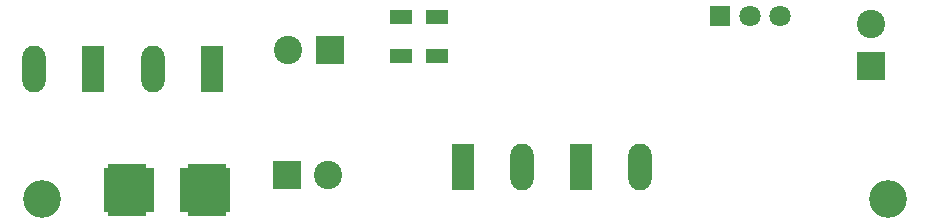
<source format=gbr>
%TF.GenerationSoftware,KiCad,Pcbnew,(5.1.10-1-10_14)*%
%TF.CreationDate,2021-07-05T16:18:31+02:00*%
%TF.ProjectId,cablebot_power,6361626c-6562-46f7-945f-706f7765722e,rev?*%
%TF.SameCoordinates,Original*%
%TF.FileFunction,Soldermask,Top*%
%TF.FilePolarity,Negative*%
%FSLAX46Y46*%
G04 Gerber Fmt 4.6, Leading zero omitted, Abs format (unit mm)*
G04 Created by KiCad (PCBNEW (5.1.10-1-10_14)) date 2021-07-05 16:18:31*
%MOMM*%
%LPD*%
G01*
G04 APERTURE LIST*
%ADD10C,3.200000*%
%ADD11C,2.400000*%
%ADD12R,2.400000X2.400000*%
%ADD13O,1.980000X3.960000*%
%ADD14R,1.980000X3.960000*%
%ADD15R,3.302000X4.368800*%
%ADD16R,4.240000X3.810000*%
%ADD17C,1.800000*%
%ADD18R,1.800000X1.800000*%
%ADD19R,1.905000X1.270000*%
G04 APERTURE END LIST*
D10*
%TO.C,H2*%
X121400000Y-109675000D03*
%TD*%
%TO.C,H1*%
X193075000Y-109675000D03*
%TD*%
D11*
%TO.C,J6*%
X145650000Y-107650000D03*
D12*
X142150000Y-107650000D03*
%TD*%
D13*
%TO.C,SW1*%
X120725000Y-98650000D03*
D14*
X125725000Y-98650000D03*
%TD*%
D15*
%TO.C,F2*%
X128609100Y-108925000D03*
X135390900Y-108925000D03*
%TD*%
D16*
%TO.C,F1*%
X128815000Y-108925000D03*
X135185000Y-108925000D03*
%TD*%
D17*
%TO.C,U1*%
X183930000Y-94175000D03*
X181390000Y-94175000D03*
D18*
X178850000Y-94175000D03*
%TD*%
D19*
%TO.C,R1*%
X151850000Y-94249000D03*
X151850000Y-97551000D03*
%TD*%
%TO.C,D1*%
X154850000Y-94249000D03*
X154850000Y-97551000D03*
%TD*%
D11*
%TO.C,J5*%
X142275000Y-97105000D03*
D12*
X145775000Y-97105000D03*
%TD*%
D11*
%TO.C,J4*%
X191570000Y-94900000D03*
D12*
X191570000Y-98400000D03*
%TD*%
D13*
%TO.C,J3*%
X130780000Y-98650000D03*
D14*
X135780000Y-98650000D03*
%TD*%
D13*
%TO.C,J2*%
X172025000Y-107025000D03*
D14*
X167025000Y-107025000D03*
%TD*%
D13*
%TO.C,J1*%
X162025000Y-107025000D03*
D14*
X157025000Y-107025000D03*
%TD*%
M02*

</source>
